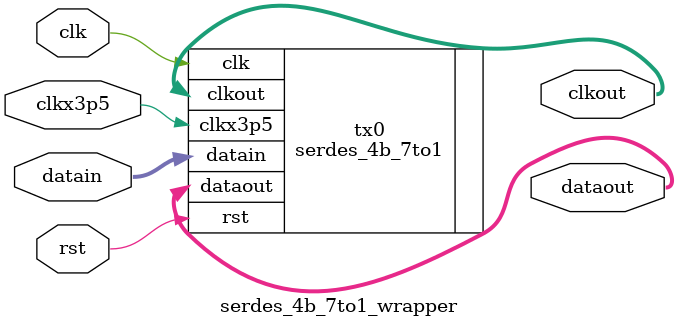
<source format=v>
`timescale 1 ps / 1ps

module serdes_4b_7to1_wrapper (
input 		clk,				// clock
input 		clkx3p5,			// 3.5 times clock
input 	[27:0]	datain,				// input data
input 		rst,				// reset
output 	[7:0]	dataout,			// output data
output 	[1:0]	clkout) ;			// output clock (1x)

serdes_4b_7to1 tx0(
	.clk		(clk),
	.clkx3p5	(clkx3p5),
	.datain		(datain),
	.rst		(rst),
	.dataout	(dataout),
	.clkout		(clkout)) ;

endmodule



</source>
